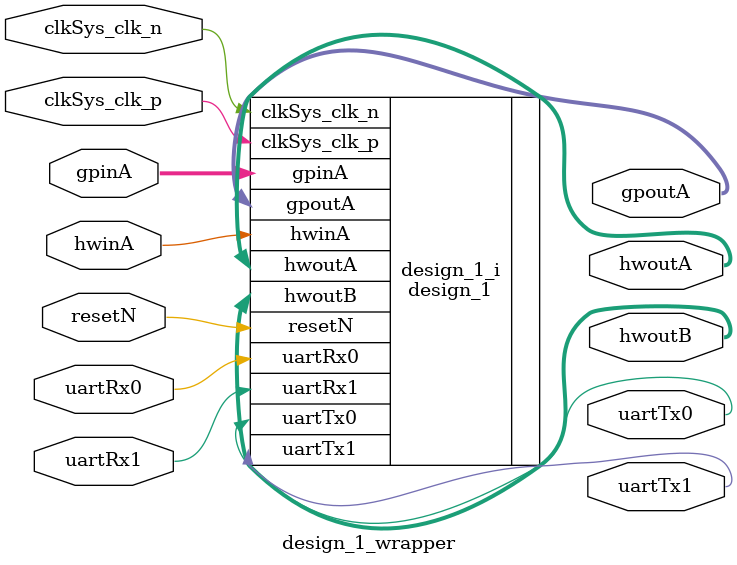
<source format=v>
`timescale 1 ps / 1 ps

module design_1_wrapper
   (clkSys_clk_n,
    clkSys_clk_p,
    gpinA,
    gpoutA,
    hwinA,
    hwoutA,
    hwoutB,
    resetN,
    uartRx0,
    uartRx1,
    uartTx0,
    uartTx1);
  input clkSys_clk_n;
  input clkSys_clk_p;
  input [7:0]gpinA;
  output [7:0]gpoutA;
  input [0:0]hwinA;
  output [3:0]hwoutA;
  output [3:0]hwoutB;
  input resetN;
  input uartRx0;
  input uartRx1;
  output uartTx0;
  output uartTx1;

  wire clkSys_clk_n;
  wire clkSys_clk_p;
  wire [7:0]gpinA;
  wire [7:0]gpoutA;
  wire [0:0]hwinA;
  wire [3:0]hwoutA;
  wire [3:0]hwoutB;
  wire resetN;
  wire uartRx0;
  wire uartRx1;
  wire uartTx0;
  wire uartTx1;

  design_1 design_1_i
       (.clkSys_clk_n(clkSys_clk_n),
        .clkSys_clk_p(clkSys_clk_p),
        .gpinA(gpinA),
        .gpoutA(gpoutA),
        .hwinA(hwinA),
        .hwoutA(hwoutA),
        .hwoutB(hwoutB),
        .resetN(resetN),
        .uartRx0(uartRx0),
        .uartRx1(uartRx1),
        .uartTx0(uartTx0),
        .uartTx1(uartTx1));
endmodule

</source>
